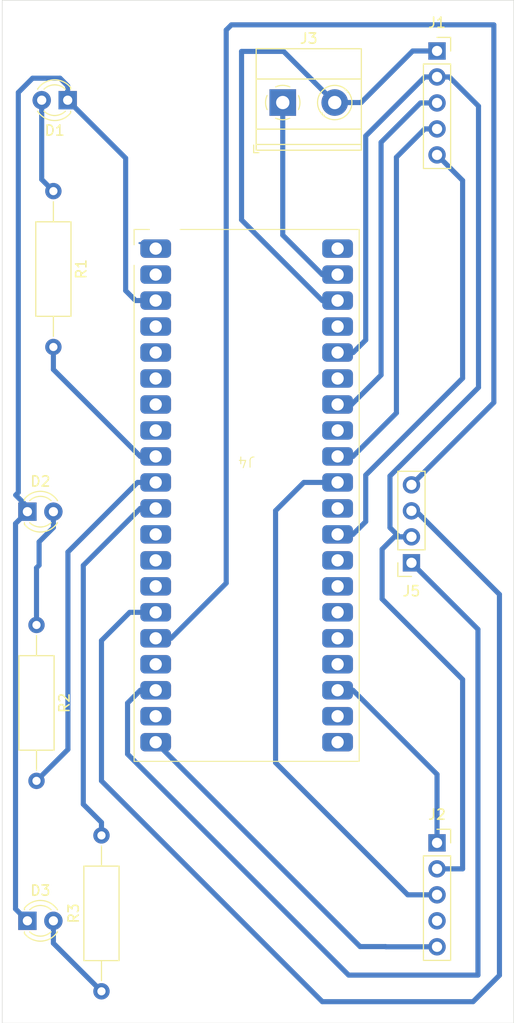
<source format=kicad_pcb>
(kicad_pcb (version 20240108) (generator "pcbnew") (generator_version "8.0")
  (layers (0 "F.Cu" signal) (31 "B.Cu" signal) (34 "B.Paste" user) (35 "F.Paste" user) (36 "B.SilkS" user "B.Silkscreen") (37 "F.SilkS" user "F.Silkscreen") (38 "B.Mask" user) (39 "F.Mask" user) (44 "Edge.Cuts" user))
  (net 0 "")
  (net 1 "Net-(D1-A)")
  (net 2 "Net-(D2-A)")
  (net 3 "Net-(D3-A)")
  (net 4 "Net-(J1-Pin_3)")
  (net 5 "Net-(J1-Pin_5)")
  (net 6 "Net-(J1-Pin_4)")
  (net 7 "Net-(J2-Pin_3)")
  (net 8 "Net-(J2-Pin_5)")
  (net 11 "unconnected-(J4-Pin_8-Pad8)")
  (net 19 "unconnected-(J4-Pin_1-Pad1)")
  (net 28 "Net-(D1-K)")
  (net 29 "Net-(J1-Pin_2)")
  (net 30 "Net-(J1-Pin_1)")
  (net 32 "Net-(J2-Pin_1)")
  (net 33 "Net-(J3-Pin_1)")
  (net 34 "Net-(J4-Pin_10)")
  (net 35 "Net-(J4-Pin_18)")
  (net 37 "Net-(J4-Pin_11)")
  (net 41 "Net-(J4-Pin_9)")
  (net 42 "Net-(J4-Pin_16)")
  (net 44 "Net-(J4-Pin_15)")
  (footprint "Resistor_THT:R_Axial_DIN0309_L9.0mm_D3.2mm_P15.24mm_Horizontal" (layer "F.Cu") (at 135 73.66 -90)
    (property "Reference" "R1" (at 7.62 -2.72 90) (layer "F.SilkS"))
    (property "Value" "R")
    (fp_line (start 3 1.72) (end 12.24 1.72) (stroke (width 0.12)) (layer "F.SilkS"))
    (fp_line (start 12.24 1.72) (end 12.24 -1.72) (stroke (width 0.12)) (layer "F.SilkS"))
    (fp_line (start 1.04 0) (end 3 0) (stroke (width 0.12)) (layer "F.SilkS"))
    (fp_line (start 14.2 0) (end 12.24 0) (stroke (width 0.12)) (layer "F.SilkS"))
    (fp_line (start 3 -1.72) (end 3 1.72) (stroke (width 0.12)) (layer "F.SilkS"))
    (fp_line (start 12.24 -1.72) (end 3 -1.72) (stroke (width 0.12)) (layer "F.SilkS"))
    (pad "1" thru_hole circle (at 0 0 270) (size 1.6 1.6) (drill 0.8) (layers "*.Cu" "*.Mask") (net 1 "Net-(D1-A)"))
    (pad "2" thru_hole oval (at 15.24 0 270) (size 1.6 1.6) (drill 0.8) (layers "*.Cu" "*.Mask") (net 41 "Net-(J4-Pin_9)"))
  )
  (footprint "LED_THT:LED_D3.0mm" (layer "F.Cu") (at 132.46 145)
    (property "Reference" "D3" (at 1.27 -2.96 0) (layer "F.SilkS"))
    (property "Value" "LED")
    (fp_line (start -0.29 -1.236) (end -0.29 -1.08) (stroke (width 0.12)) (layer "F.SilkS"))
    (fp_line (start -0.29 1.08) (end -0.29 1.236) (stroke (width 0.12)) (layer "F.SilkS"))
    (fp_arc (start -0.29 -1.235516) (mid 1.366487 -1.987659) (end 2.942335 -1.078608) (stroke (width 0.12)) (layer "F.SilkS"))
    (fp_arc (start 0.229039 -1.08) (mid 1.270117 -1.5) (end 2.31113 -1.079837) (stroke (width 0.12)) (layer "F.SilkS"))
    (fp_arc (start 2.31113 1.079837) (mid 1.270117 1.5) (end 0.229039 1.08) (stroke (width 0.12)) (layer "F.SilkS"))
    (fp_arc (start 2.942335 1.078608) (mid 1.366487 1.987659) (end -0.29 1.235516) (stroke (width 0.12)) (layer "F.SilkS"))
    (pad "1" thru_hole rect (at 0 0) (size 1.8 1.8) (drill 0.9) (layers "*.Cu" "*.Mask") (net 28 "Net-(D1-K)"))
    (pad "2" thru_hole circle (at 2.54 0) (size 1.8 1.8) (drill 0.9) (layers "*.Cu" "*.Mask") (net 3 "Net-(D3-A)"))
  )
  (footprint "TerminalBlock_Phoenix:TerminalBlock_Phoenix_MKDS-1,5-2-5.08_1x02_P5.08mm_Horizontal" (layer "F.Cu") (at 157.42 65)
    (property "Reference" "J3" (at 2.54 -6.26 0) (layer "F.SilkS"))
    (property "Value" "Screw_Terminal_01x02")
    (fp_line (start -2.84 4.16) (end -2.84 4.9) (stroke (width 0.12)) (layer "F.SilkS"))
    (fp_line (start -2.84 4.9) (end -2.34 4.9) (stroke (width 0.12)) (layer "F.SilkS"))
    (fp_line (start -2.6 -5.261) (end -2.6 4.66) (stroke (width 0.12)) (layer "F.SilkS"))
    (fp_line (start -2.6 -5.261) (end 7.68 -5.261) (stroke (width 0.12)) (layer "F.SilkS"))
    (fp_line (start -2.6 -2.301) (end 7.68 -2.301) (stroke (width 0.12)) (layer "F.SilkS"))
    (fp_line (start -2.6 2.6) (end 7.68 2.6) (stroke (width 0.12)) (layer "F.SilkS"))
    (fp_line (start -2.6 4.1) (end 7.68 4.1) (stroke (width 0.12)) (layer "F.SilkS"))
    (fp_line (start -2.6 4.66) (end 7.68 4.66) (stroke (width 0.12)) (layer "F.SilkS"))
    (fp_line (start 3.853 1.023) (end 3.806 1.069) (stroke (width 0.12)) (layer "F.SilkS"))
    (fp_line (start 4.046 1.239) (end 4.011 1.274) (stroke (width 0.12)) (layer "F.SilkS"))
    (fp_line (start 6.15 -1.275) (end 6.115 -1.239) (stroke (width 0.12)) (layer "F.SilkS"))
    (fp_line (start 6.355 -1.069) (end 6.308 -1.023) (stroke (width 0.12)) (layer "F.SilkS"))
    (fp_line (start 7.68 -5.261) (end 7.68 4.66) (stroke (width 0.12)) (layer "F.SilkS"))
    (fp_arc (start -1.535427 0.683042) (mid -1.680501 -0.000524) (end -1.535 -0.684) (stroke (width 0.12)) (layer "F.SilkS"))
    (fp_arc (start -0.683042 -1.535427) (mid 0.000524 -1.680501) (end 0.684 -1.535) (stroke (width 0.12)) (layer "F.SilkS"))
    (fp_arc (start 0.028805 1.680253) (mid -0.335551 1.646659) (end -0.684 1.535) (stroke (width 0.12)) (layer "F.SilkS"))
    (fp_arc (start 0.683318 1.534756) (mid 0.349292 1.643288) (end 0 1.68) (stroke (width 0.12)) (layer "F.SilkS"))
    (fp_arc (start 1.535427 -0.683042) (mid 1.680501 0.000524) (end 1.535 0.684) (stroke (width 0.12)) (layer "F.SilkS"))
    (fp_circle (center 5.08 0) (end 6.76 0) (stroke (width 0.12)) (fill none) (layer "F.SilkS"))
    (pad "1" thru_hole rect (at 0 0) (size 2.6 2.6) (drill 1.3) (layers "*.Cu" "*.Mask") (net 33 "Net-(J3-Pin_1)"))
    (pad "2" thru_hole circle (at 5.08 0) (size 2.6 2.6) (drill 1.3) (layers "*.Cu" "*.Mask") (net 30 "Net-(J1-Pin_1)"))
  )
  (footprint "Resistor_THT:R_Axial_DIN0309_L9.0mm_D3.2mm_P15.24mm_Horizontal" (layer "F.Cu") (at 139.7 151.892 90)
    (property "Reference" "R3" (at 7.62 -2.72 90) (layer "F.SilkS"))
    (property "Value" "R")
    (fp_line (start 12.24 -1.72) (end 3 -1.72) (stroke (width 0.12)) (layer "F.SilkS"))
    (fp_line (start 3 -1.72) (end 3 1.72) (stroke (width 0.12)) (layer "F.SilkS"))
    (fp_line (start 14.2 0) (end 12.24 0) (stroke (width 0.12)) (layer "F.SilkS"))
    (fp_line (start 1.04 0) (end 3 0) (stroke (width 0.12)) (layer "F.SilkS"))
    (fp_line (start 12.24 1.72) (end 12.24 -1.72) (stroke (width 0.12)) (layer "F.SilkS"))
    (fp_line (start 3 1.72) (end 12.24 1.72) (stroke (width 0.12)) (layer "F.SilkS"))
    (pad "1" thru_hole circle (at 0 0 90) (size 1.6 1.6) (drill 0.8) (layers "*.Cu" "*.Mask") (net 3 "Net-(D3-A)"))
    (pad "2" thru_hole oval (at 15.24 0 90) (size 1.6 1.6) (drill 0.8) (layers "*.Cu" "*.Mask") (net 37 "Net-(J4-Pin_11)"))
  )
  (footprint "Connector_PinSocket_2.54mm:PinSocket_1x05_P2.54mm_Vertical" (layer "F.Cu") (at 172.5 137.38)
    (property "Reference" "J2" (at 0 -2.77 0) (layer "F.SilkS"))
    (property "Value" "Joystick")
    (fp_line (start -1.33 1.27) (end -1.33 11.49) (stroke (width 0.12)) (layer "F.SilkS"))
    (fp_line (start -1.33 1.27) (end 1.33 1.27) (stroke (width 0.12)) (layer "F.SilkS"))
    (fp_line (start -1.33 11.49) (end 1.33 11.49) (stroke (width 0.12)) (layer "F.SilkS"))
    (fp_line (start 0 -1.33) (end 1.33 -1.33) (stroke (width 0.12)) (layer "F.SilkS"))
    (fp_line (start 1.33 -1.33) (end 1.33 0) (stroke (width 0.12)) (layer "F.SilkS"))
    (fp_line (start 1.33 1.27) (end 1.33 11.49) (stroke (width 0.12)) (layer "F.SilkS"))
    (pad "1" thru_hole rect (at 0 0) (size 1.7 1.7) (drill 1) (layers "*.Cu" "*.Mask") (net 32 "Net-(J2-Pin_1)"))
    (pad "2" thru_hole oval (at 0 2.54) (size 1.7 1.7) (drill 1) (layers "*.Cu" "*.Mask") (net 29 "Net-(J1-Pin_2)"))
    (pad "3" thru_hole oval (at 0 5.08) (size 1.7 1.7) (drill 1) (layers "*.Cu" "*.Mask") (net 7 "Net-(J2-Pin_3)"))
    (pad "4" thru_hole oval (at 0 7.62) (size 1.7 1.7) (drill 1) (layers "*.Cu" "*.Mask"))
    (pad "5" thru_hole oval (at 0 10.16) (size 1.7 1.7) (drill 1) (layers "*.Cu" "*.Mask") (net 8 "Net-(J2-Pin_5)"))
  )
  (footprint "Connector_PinSocket_2.54mm:PinSocket_1x04_P2.54mm_Vertical" (layer "F.Cu") (at 170 110 180)
    (property "Reference" "J5" (at 0 -2.77 0) (layer "F.SilkS"))
    (property "Value" "Conn_01x04_MountingPin")
    (fp_line (start 1.33 1.27) (end 1.33 8.95) (stroke (width 0.12)) (layer "F.SilkS"))
    (fp_line (start 1.33 -1.33) (end 1.33 0) (stroke (width 0.12)) (layer "F.SilkS"))
    (fp_line (start 0 -1.33) (end 1.33 -1.33) (stroke (width 0.12)) (layer "F.SilkS"))
    (fp_line (start -1.33 8.95) (end 1.33 8.95) (stroke (width 0.12)) (layer "F.SilkS"))
    (fp_line (start -1.33 1.27) (end 1.33 1.27) (stroke (width 0.12)) (layer "F.SilkS"))
    (fp_line (start -1.33 1.27) (end -1.33 8.95) (stroke (width 0.12)) (layer "F.SilkS"))
    (pad "1" thru_hole rect (at 0 0 180) (size 1.7 1.7) (drill 1) (layers "*.Cu" "*.Mask") (net 35 "Net-(J4-Pin_18)"))
    (pad "2" thru_hole oval (at 0 2.54 180) (size 1.7 1.7) (drill 1) (layers "*.Cu" "*.Mask") (net 29 "Net-(J1-Pin_2)"))
    (pad "3" thru_hole oval (at 0 5.08 180) (size 1.7 1.7) (drill 1) (layers "*.Cu" "*.Mask") (net 44 "Net-(J4-Pin_15)"))
    (pad "4" thru_hole oval (at 0 7.62 180) (size 1.7 1.7) (drill 1) (layers "*.Cu" "*.Mask") (net 42 "Net-(J4-Pin_16)"))
  )
  (footprint "Resistor_THT:R_Axial_DIN0309_L9.0mm_D3.2mm_P15.24mm_Horizontal" (layer "F.Cu") (at 133.35 116.078 -90)
    (property "Reference" "R2" (at 7.62 -2.72 90) (layer "F.SilkS"))
    (property "Value" "R")
    (fp_line (start 3 1.72) (end 12.24 1.72) (stroke (width 0.12)) (layer "F.SilkS"))
    (fp_line (start 12.24 1.72) (end 12.24 -1.72) (stroke (width 0.12)) (layer "F.SilkS"))
    (fp_line (start 1.04 0) (end 3 0) (stroke (width 0.12)) (layer "F.SilkS"))
    (fp_line (start 14.2 0) (end 12.24 0) (stroke (width 0.12)) (layer "F.SilkS"))
    (fp_line (start 3 -1.72) (end 3 1.72) (stroke (width 0.12)) (layer "F.SilkS"))
    (fp_line (start 12.24 -1.72) (end 3 -1.72) (stroke (width 0.12)) (layer "F.SilkS"))
    (pad "1" thru_hole circle (at 0 0 270) (size 1.6 1.6) (drill 0.8) (layers "*.Cu" "*.Mask") (net 2 "Net-(D2-A)"))
    (pad "2" thru_hole oval (at 15.24 0 270) (size 1.6 1.6) (drill 0.8) (layers "*.Cu" "*.Mask") (net 34 "Net-(J4-Pin_10)"))
  )
  (footprint "LED_THT:LED_D3.0mm" (layer "F.Cu") (at 132.46 105)
    (property "Reference" "D2" (at 1.27 -2.96 0) (layer "F.SilkS"))
    (property "Value" "LED")
    (fp_line (start -0.29 -1.236) (end -0.29 -1.08) (stroke (width 0.12)) (layer "F.SilkS"))
    (fp_line (start -0.29 1.08) (end -0.29 1.236) (stroke (width 0.12)) (layer "F.SilkS"))
    (fp_arc (start -0.29 -1.235516) (mid 1.366487 -1.987659) (end 2.942335 -1.078608) (stroke (width 0.12)) (layer "F.SilkS"))
    (fp_arc (start 0.229039 -1.08) (mid 1.270117 -1.5) (end 2.31113 -1.079837) (stroke (width 0.12)) (layer "F.SilkS"))
    (fp_arc (start 2.31113 1.079837) (mid 1.270117 1.5) (end 0.229039 1.08) (stroke (width 0.12)) (layer "F.SilkS"))
    (fp_arc (start 2.942335 1.078608) (mid 1.366487 1.987659) (end -0.29 1.235516) (stroke (width 0.12)) (layer "F.SilkS"))
    (pad "1" thru_hole rect (at 0 0) (size 1.8 1.8) (drill 0.9) (layers "*.Cu" "*.Mask") (net 28 "Net-(D1-K)"))
    (pad "2" thru_hole circle (at 2.54 0) (size 1.8 1.8) (drill 0.9) (layers "*.Cu" "*.Mask") (net 2 "Net-(D2-A)"))
  )
  (footprint "Pico footprint:RP_pico" (layer "F.Cu") (at 153.89 103.41)
    (property "Reference" "J4" (at 0 -3.3 180) (layer "F.SilkS") (effects (font (thickness 0.1))))
    (property "Value" "Pico")
    (fp_line (start -11 -26) (end -11 -24.5) (stroke (width 0.1)) (layer "F.SilkS"))
    (fp_line (start -11 26) (end -11 -22.5) (stroke (width 0.1)) (layer "F.SilkS"))
    (fp_line (start -9.5 -26) (end -11 -26) (stroke (width 0.1)) (layer "F.SilkS"))
    (fp_line (start -6.5 -26) (end 11 -26) (stroke (width 0.1)) (layer "F.SilkS"))
    (fp_line (start 10 26) (end -11 26) (stroke (width 0.1)) (layer "F.SilkS"))
    (fp_line (start 11 -26) (end 11 25) (stroke (width 0.1)) (layer "F.SilkS"))
    (fp_line (start 11 25) (end 11 26) (stroke (width 0.1)) (layer "F.SilkS"))
    (fp_line (start 11 26) (end 10 26) (stroke (width 0.1)) (layer "F.SilkS"))
    (pad "1" thru_hole roundrect (at -8.89 -24.13) (size 3 1.8) (drill 1.2) (layers "*.Cu" "*.Mask") (net 19 "unconnected-(J4-Pin_1-Pad1)"))
    (pad "2" thru_hole roundrect (at -8.89 -21.59) (size 3 1.8) (drill 1.2) (layers "*.Cu" "*.Mask"))
    (pad "3" thru_hole roundrect (at -8.89 -19.05) (size 3 1.8) (drill 1.2) (layers "*.Cu" "*.Mask") (net 28 "Net-(D1-K)"))
    (pad "4" thru_hole roundrect (at -8.89 -16.51) (size 3 1.8) (drill 1.2) (layers "*.Cu" "*.Mask"))
    (pad "5" thru_hole roundrect (at -8.89 -13.97) (size 3 1.8) (drill 1.2) (layers "*.Cu" "*.Mask"))
    (pad "6" thru_hole roundrect (at -8.89 -11.43) (size 3 1.8) (drill 1.2) (layers "*.Cu" "*.Mask"))
    (pad "7" thru_hole roundrect (at -8.89 -8.89) (size 3 1.8) (drill 1.2) (layers "*.Cu" "*.Mask"))
    (pad "8" thru_hole roundrect (at -8.89 -6.35) (size 3 1.8) (drill 1.2) (layers "*.Cu" "*.Mask") (net 11 "unconnected-(J4-Pin_8-Pad8)"))
    (pad "9" thru_hole roundrect (at -8.89 -3.81) (size 3 1.8) (drill 1.2) (layers "*.Cu" "*.Mask") (net 41 "Net-(J4-Pin_9)"))
    (pad "10" thru_hole roundrect (at -8.89 -1.27) (size 3 1.8) (drill 1.2) (layers "*.Cu" "*.Mask") (net 34 "Net-(J4-Pin_10)"))
    (pad "11" thru_hole roundrect (at -8.89 1.27) (size 3 1.8) (drill 1.2) (layers "*.Cu" "*.Mask") (net 37 "Net-(J4-Pin_11)"))
    (pad "12" thru_hole roundrect (at -8.89 3.81) (size 3 1.8) (drill 1.2) (layers "*.Cu" "*.Mask"))
    (pad "13" thru_hole roundrect (at -8.89 6.35) (size 3 1.8) (drill 1.2) (layers "*.Cu" "*.Mask"))
    (pad "14" thru_hole roundrect (at -8.89 8.89) (size 3 1.8) (drill 1.2) (layers "*.Cu" "*.Mask"))
    (pad "15" thru_hole roundrect (at -8.89 11.43) (size 3 1.8) (drill 1.2) (layers "*.Cu" "*.Mask") (net 44 "Net-(J4-Pin_15)"))
    (pad "16" thru_hole roundrect (at -8.89 13.97) (size 3 1.8) (drill 1.2) (layers "*.Cu" "*.Mask") (net 42 "Net-(J4-Pin_16)"))
    (pad "17" thru_hole roundrect (at -8.89 16.51) (size 3 1.8) (drill 1.2) (layers "*.Cu" "*.Mask"))
    (pad "18" thru_hole roundrect (at -8.89 19.05) (size 3 1.8) (drill 1.2) (layers "*.Cu" "*.Mask") (net 35 "Net-(J4-Pin_18)"))
    (pad "19" thru_hole roundrect (at -8.89 21.59) (size 3 1.8) (drill 1.2) (layers "*.Cu" "*.Mask"))
    (pad "20" thru_hole roundrect (at -8.89 24.13) (size 3 1.8) (drill 1.2) (layers "*.Cu" "*.Mask") (net 8 "Net-(J2-Pin_5)"))
    (pad "21" thru_hole roundrect (at 8.89 24.13) (size 3 1.8) (drill 1.2) (layers "*.Cu" "*.Mask"))
    (pad "22" thru_hole roundrect (at 8.89 21.59) (size 3 1.8) (drill 1.2) (layers "*.Cu" "*.Mask"))
    (pad "23" thru_hole roundrect (at 8.89 19.05) (size 3 1.8) (drill 1.2) (layers "*.Cu" "*.Mask") (net 32 "Net-(J2-Pin_1)"))
    (pad "24" thru_hole roundrect (at 8.89 16.51) (size 3 1.8) (drill 1.2) (layers "*.Cu" "*.Mask"))
    (pad "25" thru_hole roundrect (at 8.89 13.97) (size 3 1.8) (drill 1.2) (layers "*.Cu" "*.Mask"))
    (pad "26" thru_hole roundrect (at 8.89 11.43) (size 3 1.8) (drill 1.2) (layers "*.Cu" "*.Mask"))
    (pad "27" thru_hole roundrect (at 8.89 8.89) (size 3 1.8) (drill 1.2) (layers "*.Cu" "*.Mask"))
    (pad "28" thru_hole roundrect (at 8.89 6.35) (size 3 1.8) (drill 1.2) (layers "*.Cu" "*.Mask"))
    (pad "29" thru_hole roundrect (at 8.89 3.81) (size 3 1.8) (drill 1.2) (layers "*.Cu" "*.Mask") (net 5 "Net-(J1-Pin_5)"))
    (pad "30" thru_hole roundrect (at 8.89 1.27) (size 3 1.8) (drill 1.2) (layers "*.Cu" "*.Mask"))
    (pad "31" thru_hole roundrect (at 8.89 -1.27) (size 3 1.8) (drill 1.2) (layers "*.Cu" "*.Mask") (net 7 "Net-(J2-Pin_3)"))
    (pad "32" thru_hole roundrect (at 8.89 -3.81) (size 3 1.8) (drill 1.2) (layers "*.Cu" "*.Mask") (net 6 "Net-(J1-Pin_4)"))
    (pad "33" thru_hole roundrect (at 8.89 -6.35) (size 3 1.8) (drill 1.2) (layers "*.Cu" "*.Mask"))
    (pad "34" thru_hole roundrect (at 8.89 -8.89) (size 3 1.8) (drill 1.2) (layers "*.Cu" "*.Mask") (net 4 "Net-(J1-Pin_3)"))
    (pad "35" thru_hole roundrect (at 8.89 -11.43) (size 3 1.8) (drill 1.2) (layers "*.Cu" "*.Mask"))
    (pad "36" thru_hole roundrect (at 8.89 -13.97) (size 3 1.8) (drill 1.2) (layers "*.Cu" "*.Mask") (net 29 "Net-(J1-Pin_2)"))
    (pad "37" thru_hole roundrect (at 8.89 -16.51) (size 3 1.8) (drill 1.2) (layers "*.Cu" "*.Mask"))
    (pad "38" thru_hole roundrect (at 8.89 -19.05) (size 3 1.8) (drill 1.2) (layers "*.Cu" "*.Mask") (net 30 "Net-(J1-Pin_1)"))
    (pad "39" thru_hole roundrect (at 8.89 -21.59) (size 3 1.8) (drill 1.2) (layers "*.Cu" "*.Mask") (net 33 "Net-(J3-Pin_1)"))
    (pad "40" thru_hole roundrect (at 8.89 -24.13) (size 3 1.8) (drill 1.2) (layers "*.Cu" "*.Mask"))
  )
  (footprint "Connector_PinSocket_2.54mm:PinSocket_1x05_P2.54mm_Vertical" (layer "F.Cu") (at 172.5 59.96)
    (property "Reference" "J1" (at 0 -2.77 0) (layer "F.SilkS"))
    (property "Value" "Joystick" (hide yes))
    (fp_line (start -1.33 1.27) (end -1.33 11.49) (stroke (width 0.12)) (layer "F.SilkS"))
    (fp_line (start -1.33 1.27) (end 1.33 1.27) (stroke (width 0.12)) (layer "F.SilkS"))
    (fp_line (start -1.33 11.49) (end 1.33 11.49) (stroke (width 0.12)) (layer "F.SilkS"))
    (fp_line (start 0 -1.33) (end 1.33 -1.33) (stroke (width 0.12)) (layer "F.SilkS"))
    (fp_line (start 1.33 -1.33) (end 1.33 0) (stroke (width 0.12)) (layer "F.SilkS"))
    (fp_line (start 1.33 1.27) (end 1.33 11.49) (stroke (width 0.12)) (layer "F.SilkS"))
    (pad "1" thru_hole rect (at 0 0) (size 1.7 1.7) (drill 1) (layers "*.Cu" "*.Mask") (net 30 "Net-(J1-Pin_1)"))
    (pad "2" thru_hole oval (at 0 2.54) (size 1.7 1.7) (drill 1) (layers "*.Cu" "*.Mask") (net 29 "Net-(J1-Pin_2)"))
    (pad "3" thru_hole oval (at 0 5.08) (size 1.7 1.7) (drill 1) (layers "*.Cu" "*.Mask") (net 4 "Net-(J1-Pin_3)"))
    (pad "4" thru_hole oval (at 0 7.62) (size 1.7 1.7) (drill 1) (layers "*.Cu" "*.Mask") (net 6 "Net-(J1-Pin_4)"))
    (pad "5" thru_hole oval (at 0 10.16) (size 1.7 1.7) (drill 1) (layers "*.Cu" "*.Mask") (net 5 "Net-(J1-Pin_5)"))
  )
  (footprint "LED_THT:LED_D3.0mm" (layer "F.Cu") (at 136.398 64.77 180)
    (property "Reference" "D1" (at 1.27 -2.96 0) (layer "F.SilkS"))
    (property "Value" "LED")
    (fp_line (start -0.29 1.08) (end -0.29 1.236) (stroke (width 0.12)) (layer "F.SilkS"))
    (fp_line (start -0.29 -1.236) (end -0.29 -1.08) (stroke (width 0.12)) (layer "F.SilkS"))
    (fp_arc (start 2.942335 1.078608) (mid 1.366487 1.987659) (end -0.29 1.235516) (stroke (width 0.12)) (layer "F.SilkS"))
    (fp_arc (start 2.31113 1.079837) (mid 1.270117 1.5) (end 0.229039 1.08) (stroke (width 0.12)) (layer "F.SilkS"))
    (fp_arc (start 0.229039 -1.08) (mid 1.270117 -1.5) (end 2.31113 -1.079837) (stroke (width 0.12)) (layer "F.SilkS"))
    (fp_arc (start -0.29 -1.235516) (mid 1.366487 -1.987659) (end 2.942335 -1.078608) (stroke (width 0.12)) (layer "F.SilkS"))
    (pad "1" thru_hole rect (at 0 0 180) (size 1.8 1.8) (drill 0.9) (layers "*.Cu" "*.Mask") (net 28 "Net-(D1-K)"))
    (pad "2" thru_hole circle (at 2.54 0 180) (size 1.8 1.8) (drill 0.9) (layers "*.Cu" "*.Mask") (net 1 "Net-(D1-A)"))
  )
  (gr_rect (start 130 55) (end 180 155) (stroke (width 0.05)) (fill none) (layer "Edge.Cuts"))
  (segment (start 133.858 72.518) (end 135 73.66) (width 0.5) (layer "B.Cu") (net 1))
  (segment (start 133.858 64.77) (end 133.858 72.518) (width 0.5) (layer "B.Cu") (net 1))
  (segment (start 135 106.554) (end 135 105) (width 0.5) (layer "B.Cu") (net 2))
  (segment (start 133.604 107.95) (end 135 106.554) (width 0.5) (layer "B.Cu") (net 2))
  (segment (start 133.35 110.49) (end 133.604 110.236) (width 0.5) (layer "B.Cu") (net 2))
  (segment (start 133.604 110.236) (end 133.604 107.95) (width 0.5) (layer "B.Cu") (net 2))
  (segment (start 133.35 116.078) (end 133.35 110.49) (width 0.5) (layer "B.Cu") (net 2))
  (segment (start 135 145) (end 135 147.192) (width 0.5) (layer "B.Cu") (net 3))
  (segment (start 135 147.192) (end 139.7 151.892) (width 0.5) (layer "B.Cu") (net 3))
  (segment (start 170.879239 65.04) (end 167.03 68.889239) (width 0.5) (layer "B.Cu") (net 4))
  (segment (start 164.151352 94.52) (end 162.78 94.52) (width 0.5) (layer "B.Cu") (net 4))
  (segment (start 167.03 91.641352) (end 166.835676 91.835676) (width 0.5) (layer "B.Cu") (net 4))
  (segment (start 167.03 68.889239) (end 167.03 91.641352) (width 0.5) (layer "B.Cu") (net 4))
  (segment (start 166.835676 91.835676) (end 164.151352 94.52) (width 0.5) (layer "B.Cu") (net 4))
  (segment (start 172.5 65.04) (end 170.879239 65.04) (width 0.5) (layer "B.Cu") (net 4))
  (segment (start 165.53 101.424) (end 165.53 105.969999) (width 0.5) (layer "B.Cu") (net 5))
  (segment (start 175 91.954) (end 165.53 101.424) (width 0.5) (layer "B.Cu") (net 5))
  (segment (start 175 91.954) (end 175 72.62) (width 0.5) (layer "B.Cu") (net 5))
  (segment (start 165.53 105.969999) (end 164.279999 107.22) (width 0.5) (layer "B.Cu") (net 5))
  (segment (start 175 72.62) (end 172.5 70.12) (width 0.5) (layer "B.Cu") (net 5))
  (segment (start 164.279999 107.22) (end 162.78 107.22) (width 0.5) (layer "B.Cu") (net 5))
  (segment (start 171.297919 67.58) (end 168.53 70.347919) (width 0.5) (layer "B.Cu") (net 6))
  (segment (start 172.5 67.58) (end 171.297919 67.58) (width 0.5) (layer "B.Cu") (net 6))
  (segment (start 168.53 95.349999) (end 164.279999 99.6) (width 0.5) (layer "B.Cu") (net 6))
  (segment (start 168.53 70.347919) (end 168.53 95.349999) (width 0.5) (layer "B.Cu") (net 6))
  (segment (start 164.279999 99.6) (end 162.78 99.6) (width 0.5) (layer "B.Cu") (net 6))
  (segment (start 159.48 102.14) (end 162.78 102.14) (width 0.5) (layer "B.Cu") (net 7))
  (segment (start 156.718 129.54) (end 156.718 104.902) (width 0.5) (layer "B.Cu") (net 7))
  (segment (start 172.5 142.46) (end 169.638 142.46) (width 0.5) (layer "B.Cu") (net 7))
  (segment (start 156.718 104.902) (end 159.48 102.14) (width 0.5) (layer "B.Cu") (net 7))
  (segment (start 169.638 142.46) (end 156.718 129.54) (width 0.5) (layer "B.Cu") (net 7))
  (segment (start 167.5 147.54) (end 172.5 147.54) (width 0.5) (layer "B.Cu") (net 8))
  (segment (start 164.98 147.52) (end 145 127.54) (width 0.5) (layer "B.Cu") (net 8))
  (segment (start 167.48 147.52) (end 167.5 147.54) (width 0.5) (layer "B.Cu") (net 8))
  (segment (start 164.98 147.52) (end 167.48 147.52) (width 0.5) (layer "B.Cu") (net 8))
  (segment (start 144.915 96.52) (end 146.414999 96.52) (width 0.2) (layer "B.Cu") (net 11))
  (segment (start 143.415001 78.74) (end 144.915 78.74) (width 0.2) (layer "B.Cu") (net 19))
  (segment (start 136.398 64.77) (end 142.065001 70.437001) (width 0.5) (layer "B.Cu") (net 28))
  (segment (start 132.96744 62.62) (end 131.572 64.01544) (width 0.5) (layer "B.Cu") (net 28))
  (segment (start 131.3 143.84) (end 132.46 145) (width 0.5) (layer "B.Cu") (net 28))
  (segment (start 142.065001 70.437001) (end 142.065001 83.391001) (width 0.5) (layer "B.Cu") (net 28))
  (segment (start 136.398 63.37) (end 135.648 62.62) (width 0.5) (layer "B.Cu") (net 28))
  (segment (start 131.572 64.01544) (end 131.572 103.124) (width 0.5) (layer "B.Cu") (net 28))
  (segment (start 131.3 106.16) (end 131.3 143.84) (width 0.5) (layer "B.Cu") (net 28))
  (segment (start 146.414999 83.82) (end 144.915 83.82) (width 0.2) (layer "B.Cu") (net 28))
  (segment (start 132.46 104.52) (end 132.46 105) (width 0.5) (layer "B.Cu") (net 28))
  (segment (start 142.065001 83.391001) (end 143.034 84.36) (width 0.5) (layer "B.Cu") (net 28))
  (segment (start 136.398 64.77) (end 136.398 63.37) (width 0.5) (layer "B.Cu") (net 28))
  (segment (start 131.318 103.378) (end 132.46 104.52) (width 0.5) (layer "B.Cu") (net 28))
  (segment (start 131.572 103.124) (end 131.318 103.378) (width 0.5) (layer "B.Cu") (net 28))
  (segment (start 135.648 62.62) (end 132.96744 62.62) (width 0.5) (layer "B.Cu") (net 28))
  (segment (start 132.46 105) (end 131.3 106.16) (width 0.5) (layer "B.Cu") (net 28))
  (segment (start 143.034 84.36) (end 145 84.36) (width 0.5) (layer "B.Cu") (net 28))
  (segment (start 167.9 106.562081) (end 167.9 101.510151) (width 0.5) (layer "B.Cu") (net 29))
  (segment (start 175 121.406) (end 167.132 113.538) (width 0.5) (layer "B.Cu") (net 29))
  (segment (start 168.797919 107.46) (end 167.9 106.562081) (width 0.5) (layer "B.Cu") (net 29))
  (segment (start 172.5 139.92) (end 175 139.92) (width 0.5) (layer "B.Cu") (net 29))
  (segment (start 164.306 89.44) (end 165.53 88.216) (width 0.5) (layer "B.Cu") (net 29))
  (segment (start 165.53 68.267919) (end 171.297919 62.5) (width 0.5) (layer "B.Cu") (net 29))
  (segment (start 176.554 65.351919) (end 173.702081 62.5) (width 0.5) (layer "B.Cu") (net 29))
  (segment (start 162.78 89.44) (end 164.306 89.44) (width 0.5) (layer "B.Cu") (net 29))
  (segment (start 173.702081 62.5) (end 172.5 62.5) (width 0.5) (layer "B.Cu") (net 29))
  (segment (start 167.9 101.510151) (end 176.554 92.856151) (width 0.5) (layer "B.Cu") (net 29))
  (segment (start 168.34 107.46) (end 170 107.46) (width 0.5) (layer "B.Cu") (net 29))
  (segment (start 167.132 113.538) (end 167.132 108.668) (width 0.5) (layer "B.Cu") (net 29))
  (segment (start 175 139.92) (end 175 121.406) (width 0.5) (layer "B.Cu") (net 29))
  (segment (start 165.53 88.216) (end 165.53 68.267919) (width 0.5) (layer "B.Cu") (net 29))
  (segment (start 171.297919 62.5) (end 172.5 62.5) (width 0.5) (layer "B.Cu") (net 29))
  (segment (start 167.132 108.668) (end 168.34 107.46) (width 0.5) (layer "B.Cu") (net 29))
  (segment (start 176.554 92.856151) (end 176.554 65.351919) (width 0.5) (layer "B.Cu") (net 29))
  (segment (start 170 107.46) (end 168.797919 107.46) (width 0.5) (layer "B.Cu") (net 29))
  (segment (start 172.5 59.96) (end 170.12 59.96) (width 0.5) (layer "B.Cu") (net 30))
  (segment (start 157.5 60) (end 162.5 65) (width 0.5) (layer "B.Cu") (net 30))
  (segment (start 153.392 76.471999) (end 153.392 60) (width 0.5) (layer "B.Cu") (net 30))
  (segment (start 170.12 59.96) (end 165.08 65) (width 0.5) (layer "B.Cu") (net 30))
  (segment (start 153.392 60) (end 157.5 60) (width 0.5) (layer "B.Cu") (net 30))
  (segment (start 161.280001 84.36) (end 162.78 84.36) (width 0.2) (layer "B.Cu") (net 30))
  (segment (start 161.280001 84.36) (end 153.392 76.471999) (width 0.5) (layer "B.Cu") (net 30))
  (segment (start 165.08 65) (end 162.5 65) (width 0.5) (layer "B.Cu") (net 30))
  (segment (start 172.5 137.38) (end 172.5 130.680001) (width 0.5) (layer "B.Cu") (net 32))
  (segment (start 172.5 130.680001) (end 164.279999 122.46) (width 0.5) (layer "B.Cu") (net 32))
  (segment (start 164.279999 122.46) (end 162.78 122.46) (width 0.5) (layer "B.Cu") (net 32))
  (segment (start 162.78 81.82) (end 161.280001 81.82) (width 0.5) (layer "B.Cu") (net 33))
  (segment (start 157.42 77.959999) (end 157.42 65) (width 0.5) (layer "B.Cu") (net 33))
  (segment (start 161.280001 81.82) (end 157.42 77.959999) (width 0.5) (layer "B.Cu") (net 33))
  (segment (start 136.422 108.942) (end 143.224 102.14) (width 0.5) (layer "B.Cu") (net 34))
  (segment (start 136.422 128.246) (end 136.422 108.942) (width 0.5) (layer "B.Cu") (net 34))
  (segment (start 133.35 131.318) (end 136.422 128.246) (width 0.5) (layer "B.Cu") (net 34))
  (segment (start 143.224 102.14) (end 145 102.14) (width 0.5) (layer "B.Cu") (net 34))
  (segment (start 176.5 150.30868) (end 163.857328 150.30868) (width 0.5) (layer "B.Cu") (net 35))
  (segment (start 170 110) (end 176.5 116.5) (width 0.5) (layer "B.Cu") (net 35))
  (segment (start 163.857328 150.30868) (end 142.25 128.701352) (width 0.5) (layer "B.Cu") (net 35))
  (segment (start 176.5 116.5) (end 176.5 150.30868) (width 0.5) (layer "B.Cu") (net 35))
  (segment (start 143.500001 122.46) (end 145 122.46) (width 0.5) (layer "B.Cu") (net 35))
  (segment (start 142.25 123.710001) (end 143.500001 122.46) (width 0.5) (layer "B.Cu") (net 35))
  (segment (start 142.25 128.701352) (end 142.25 123.710001) (width 0.5) (layer "B.Cu") (net 35))
  (segment (start 137.922 110.258001) (end 143.500001 104.68) (width 0.5) (layer "B.Cu") (net 37))
  (segment (start 139.7 136.652) (end 139.7 135.382) (width 0.5) (layer "B.Cu") (net 37))
  (segment (start 137.922 133.604) (end 137.922 110.258001) (width 0.5) (layer "B.Cu") (net 37))
  (segment (start 139.7 135.382) (end 137.922 133.604) (width 0.5) (layer "B.Cu") (net 37))
  (segment (start 143.500001 104.68) (end 145 104.68) (width 0.5) (layer "B.Cu") (net 37))
  (segment (start 135 88.9) (end 135 91.099999) (width 0.5) (layer "B.Cu") (net 41))
  (segment (start 143.500001 99.6) (end 145 99.6) (width 0.5) (layer "B.Cu") (net 41))
  (segment (start 135 91.099999) (end 143.500001 99.6) (width 0.5) (layer "B.Cu") (net 41))
  (segment (start 151.892 57.912) (end 151.892 111.987999) (width 0.5) (layer "B.Cu") (net 42))
  (segment (start 151.892 111.987999) (end 146.499999 117.38) (width 0.5) (layer "B.Cu") (net 42))
  (segment (start 170 102.38) (end 178.054 94.326) (width 0.5) (layer "B.Cu") (net 42))
  (segment (start 178.054 57.404) (end 152.4 57.404) (width 0.5) (layer "B.Cu") (net 42))
  (segment (start 178.054 94.326) (end 178.054 57.404) (width 0.5) (layer "B.Cu") (net 42))
  (segment (start 146.499999 117.38) (end 145 117.38) (width 0.5) (layer "B.Cu") (net 42))
  (segment (start 152.4 57.404) (end 151.892 57.912) (width 0.5) (layer "B.Cu") (net 42))
  (segment (start 178.6 150.33) (end 176.022 152.908) (width 0.5) (layer "B.Cu") (net 44))
  (segment (start 139.7 131.318) (end 139.7 117.602) (width 0.5) (layer "B.Cu") (net 44))
  (segment (start 139.7 117.602) (end 142.462 114.84) (width 0.5) (layer "B.Cu") (net 44))
  (segment (start 170.429849 104.92) (end 178.6 113.090151) (width 0.5) (layer "B.Cu") (net 44))
  (segment (start 178.6 113.090151) (end 178.6 150.33) (width 0.5) (layer "B.Cu") (net 44))
  (segment (start 161.29 152.908) (end 139.7 131.318) (width 0.5) (layer "B.Cu") (net 44))
  (segment (start 170 104.92) (end 170.429849 104.92) (width 0.5) (layer "B.Cu") (net 44))
  (segment (start 142.462 114.84) (end 145 114.84) (width 0.5) (layer "B.Cu") (net 44))
  (segment (start 176.022 152.908) (end 161.29 152.908) (width 0.5) (layer "B.Cu") (net 44))
)
</source>
